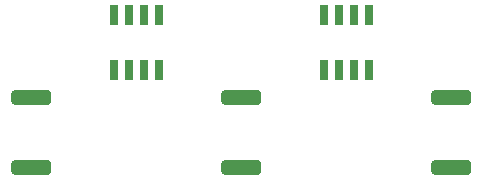
<source format=gtp>
G04 #@! TF.GenerationSoftware,KiCad,Pcbnew,(5.1.10)-1*
G04 #@! TF.CreationDate,2022-12-18T22:04:33+09:00*
G04 #@! TF.ProjectId,MD,4d442e6b-6963-4616-945f-706362585858,rev?*
G04 #@! TF.SameCoordinates,PX2faf080PY2625a00*
G04 #@! TF.FileFunction,Paste,Top*
G04 #@! TF.FilePolarity,Positive*
%FSLAX46Y46*%
G04 Gerber Fmt 4.6, Leading zero omitted, Abs format (unit mm)*
G04 Created by KiCad (PCBNEW (5.1.10)-1) date 2022-12-18 22:04:33*
%MOMM*%
%LPD*%
G01*
G04 APERTURE LIST*
%ADD10R,0.720000X1.780000*%
G04 APERTURE END LIST*
G36*
G01*
X6035000Y-10990000D02*
X3185000Y-10990000D01*
G75*
G02*
X2935000Y-10740000I0J250000D01*
G01*
X2935000Y-10015000D01*
G75*
G02*
X3185000Y-9765000I250000J0D01*
G01*
X6035000Y-9765000D01*
G75*
G02*
X6285000Y-10015000I0J-250000D01*
G01*
X6285000Y-10740000D01*
G75*
G02*
X6035000Y-10990000I-250000J0D01*
G01*
G37*
G36*
G01*
X6035000Y-16915000D02*
X3185000Y-16915000D01*
G75*
G02*
X2935000Y-16665000I0J250000D01*
G01*
X2935000Y-15940000D01*
G75*
G02*
X3185000Y-15690000I250000J0D01*
G01*
X6035000Y-15690000D01*
G75*
G02*
X6285000Y-15940000I0J-250000D01*
G01*
X6285000Y-16665000D01*
G75*
G02*
X6035000Y-16915000I-250000J0D01*
G01*
G37*
G36*
G01*
X23815000Y-16915000D02*
X20965000Y-16915000D01*
G75*
G02*
X20715000Y-16665000I0J250000D01*
G01*
X20715000Y-15940000D01*
G75*
G02*
X20965000Y-15690000I250000J0D01*
G01*
X23815000Y-15690000D01*
G75*
G02*
X24065000Y-15940000I0J-250000D01*
G01*
X24065000Y-16665000D01*
G75*
G02*
X23815000Y-16915000I-250000J0D01*
G01*
G37*
G36*
G01*
X23815000Y-10990000D02*
X20965000Y-10990000D01*
G75*
G02*
X20715000Y-10740000I0J250000D01*
G01*
X20715000Y-10015000D01*
G75*
G02*
X20965000Y-9765000I250000J0D01*
G01*
X23815000Y-9765000D01*
G75*
G02*
X24065000Y-10015000I0J-250000D01*
G01*
X24065000Y-10740000D01*
G75*
G02*
X23815000Y-10990000I-250000J0D01*
G01*
G37*
G36*
G01*
X41595000Y-16915000D02*
X38745000Y-16915000D01*
G75*
G02*
X38495000Y-16665000I0J250000D01*
G01*
X38495000Y-15940000D01*
G75*
G02*
X38745000Y-15690000I250000J0D01*
G01*
X41595000Y-15690000D01*
G75*
G02*
X41845000Y-15940000I0J-250000D01*
G01*
X41845000Y-16665000D01*
G75*
G02*
X41595000Y-16915000I-250000J0D01*
G01*
G37*
G36*
G01*
X41595000Y-10990000D02*
X38745000Y-10990000D01*
G75*
G02*
X38495000Y-10740000I0J250000D01*
G01*
X38495000Y-10015000D01*
G75*
G02*
X38745000Y-9765000I250000J0D01*
G01*
X41595000Y-9765000D01*
G75*
G02*
X41845000Y-10015000I0J-250000D01*
G01*
X41845000Y-10740000D01*
G75*
G02*
X41595000Y-10990000I-250000J0D01*
G01*
G37*
D10*
X11600000Y-3380000D03*
X12870000Y-3380000D03*
X14140000Y-3380000D03*
X15410000Y-3380000D03*
X15410000Y-8060000D03*
X14140000Y-8060000D03*
X12870000Y-8060000D03*
X11600000Y-8060000D03*
X29380000Y-8060000D03*
X30650000Y-8060000D03*
X31920000Y-8060000D03*
X33190000Y-8060000D03*
X33190000Y-3380000D03*
X31920000Y-3380000D03*
X30650000Y-3380000D03*
X29380000Y-3380000D03*
M02*

</source>
